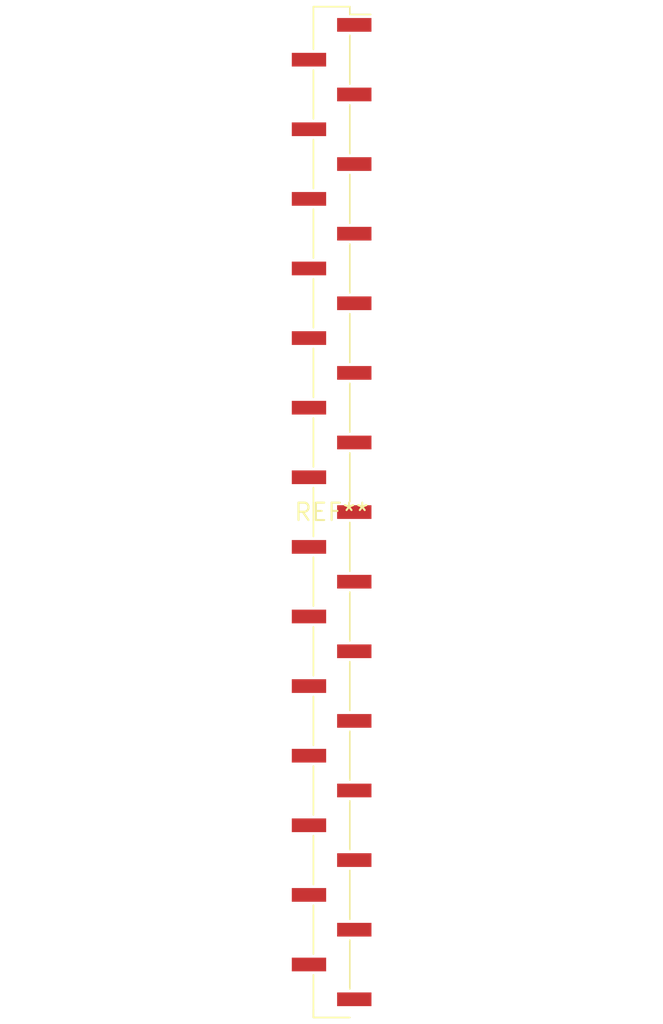
<source format=kicad_pcb>
(kicad_pcb (version 20240108) (generator pcbnew)
  (layers (0 "F.Cu" signal) (31 "B.Cu" signal) (34 "B.Paste" user) (35 "F.Paste" user) (36 "B.SilkS" user "B.Silkscreen") (37 "F.SilkS" user "F.Silkscreen") (38 "B.Mask" user) (39 "F.Mask" user) (44 "Edge.Cuts" user))
  (net 0 "")
  (footprint "PinHeader_1x29_P2.54mm_Vertical_SMD_Pin1Right" (layer "F.Cu") (at 0 0)
    (property "Reference" "REF**")
    (property "Value" "PinHeader_1x29_P2.54mm_Vertical_SMD_Pin1Right")
    (fp_line (start -1.33 -36.89) (end -1.33 -33.78) (layer "F.SilkS") (stroke (width 0.12)))
    (fp_line (start -1.33 -36.89) (end 1.33 -36.89) (layer "F.SilkS") (stroke (width 0.12)))
    (fp_line (start -1.33 -32.26) (end -1.33 -28.7) (layer "F.SilkS") (stroke (width 0.12)))
    (fp_line (start -1.33 -27.18) (end -1.33 -23.62) (layer "F.SilkS") (stroke (width 0.12)))
    (fp_line (start -1.33 -22.1) (end -1.33 -18.54) (layer "F.SilkS") (stroke (width 0.12)))
    (fp_line (start -1.33 -17.02) (end -1.33 -13.46) (layer "F.SilkS") (stroke (width 0.12)))
    (fp_line (start -1.33 -11.94) (end -1.33 -8.38) (layer "F.SilkS") (stroke (width 0.12)))
    (fp_line (start -1.33 -6.86) (end -1.33 -3.3) (layer "F.SilkS") (stroke (width 0.12)))
    (fp_line (start -1.33 -1.78) (end -1.33 1.78) (layer "F.SilkS") (stroke (width 0.12)))
    (fp_line (start -1.33 3.3) (end -1.33 6.86) (layer "F.SilkS") (stroke (width 0.12)))
    (fp_line (start -1.33 8.38) (end -1.33 11.94) (layer "F.SilkS") (stroke (width 0.12)))
    (fp_line (start -1.33 13.46) (end -1.33 17.02) (layer "F.SilkS") (stroke (width 0.12)))
    (fp_line (start -1.33 18.54) (end -1.33 22.1) (layer "F.SilkS") (stroke (width 0.12)))
    (fp_line (start -1.33 23.62) (end -1.33 27.18) (layer "F.SilkS") (stroke (width 0.12)))
    (fp_line (start -1.33 28.7) (end -1.33 32.26) (layer "F.SilkS") (stroke (width 0.12)))
    (fp_line (start -1.33 33.78) (end -1.33 36.89) (layer "F.SilkS") (stroke (width 0.12)))
    (fp_line (start -1.33 36.32) (end -1.33 36.89) (layer "F.SilkS") (stroke (width 0.12)))
    (fp_line (start -1.33 36.89) (end 1.33 36.89) (layer "F.SilkS") (stroke (width 0.12)))
    (fp_line (start 1.33 -36.89) (end 1.33 -36.32) (layer "F.SilkS") (stroke (width 0.12)))
    (fp_line (start 1.33 -36.32) (end 2.85 -36.32) (layer "F.SilkS") (stroke (width 0.12)))
    (fp_line (start 1.33 -34.8) (end 1.33 -31.24) (layer "F.SilkS") (stroke (width 0.12)))
    (fp_line (start 1.33 -29.72) (end 1.33 -26.16) (layer "F.SilkS") (stroke (width 0.12)))
    (fp_line (start 1.33 -24.64) (end 1.33 -21.08) (layer "F.SilkS") (stroke (width 0.12)))
    (fp_line (start 1.33 -19.56) (end 1.33 -16) (layer "F.SilkS") (stroke (width 0.12)))
    (fp_line (start 1.33 -14.48) (end 1.33 -10.92) (layer "F.SilkS") (stroke (width 0.12)))
    (fp_line (start 1.33 -9.4) (end 1.33 -5.84) (layer "F.SilkS") (stroke (width 0.12)))
    (fp_line (start 1.33 -4.32) (end 1.33 -0.76) (layer "F.SilkS") (stroke (width 0.12)))
    (fp_line (start 1.33 0.76) (end 1.33 4.32) (layer "F.SilkS") (stroke (width 0.12)))
    (fp_line (start 1.33 5.84) (end 1.33 9.4) (layer "F.SilkS") (stroke (width 0.12)))
    (fp_line (start 1.33 10.92) (end 1.33 14.48) (layer "F.SilkS") (stroke (width 0.12)))
    (fp_line (start 1.33 16) (end 1.33 19.56) (layer "F.SilkS") (stroke (width 0.12)))
    (fp_line (start 1.33 21.08) (end 1.33 24.64) (layer "F.SilkS") (stroke (width 0.12)))
    (fp_line (start 1.33 26.16) (end 1.33 29.72) (layer "F.SilkS") (stroke (width 0.12)))
    (fp_line (start 1.33 31.24) (end 1.33 34.8) (layer "F.SilkS") (stroke (width 0.12)))
    (pad "1" smd rect (at 1.655 -35.56) (size 2.51 1) (layers "F.Cu" "F.Paste" "F.Mask"))
    (pad "2" smd rect (at -1.655 -33.02) (size 2.51 1) (layers "F.Cu" "F.Paste" "F.Mask"))
    (pad "3" smd rect (at 1.655 -30.48) (size 2.51 1) (layers "F.Cu" "F.Paste" "F.Mask"))
    (pad "4" smd rect (at -1.655 -27.94) (size 2.51 1) (layers "F.Cu" "F.Paste" "F.Mask"))
    (pad "5" smd rect (at 1.655 -25.4) (size 2.51 1) (layers "F.Cu" "F.Paste" "F.Mask"))
    (pad "6" smd rect (at -1.655 -22.86) (size 2.51 1) (layers "F.Cu" "F.Paste" "F.Mask"))
    (pad "7" smd rect (at 1.655 -20.32) (size 2.51 1) (layers "F.Cu" "F.Paste" "F.Mask"))
    (pad "8" smd rect (at -1.655 -17.78) (size 2.51 1) (layers "F.Cu" "F.Paste" "F.Mask"))
    (pad "9" smd rect (at 1.655 -15.24) (size 2.51 1) (layers "F.Cu" "F.Paste" "F.Mask"))
    (pad "10" smd rect (at -1.655 -12.7) (size 2.51 1) (layers "F.Cu" "F.Paste" "F.Mask"))
    (pad "11" smd rect (at 1.655 -10.16) (size 2.51 1) (layers "F.Cu" "F.Paste" "F.Mask"))
    (pad "12" smd rect (at -1.655 -7.62) (size 2.51 1) (layers "F.Cu" "F.Paste" "F.Mask"))
    (pad "13" smd rect (at 1.655 -5.08) (size 2.51 1) (layers "F.Cu" "F.Paste" "F.Mask"))
    (pad "14" smd rect (at -1.655 -2.54) (size 2.51 1) (layers "F.Cu" "F.Paste" "F.Mask"))
    (pad "15" smd rect (at 1.655 0) (size 2.51 1) (layers "F.Cu" "F.Paste" "F.Mask"))
    (pad "16" smd rect (at -1.655 2.54) (size 2.51 1) (layers "F.Cu" "F.Paste" "F.Mask"))
    (pad "17" smd rect (at 1.655 5.08) (size 2.51 1) (layers "F.Cu" "F.Paste" "F.Mask"))
    (pad "18" smd rect (at -1.655 7.62) (size 2.51 1) (layers "F.Cu" "F.Paste" "F.Mask"))
    (pad "19" smd rect (at 1.655 10.16) (size 2.51 1) (layers "F.Cu" "F.Paste" "F.Mask"))
    (pad "20" smd rect (at -1.655 12.7) (size 2.51 1) (layers "F.Cu" "F.Paste" "F.Mask"))
    (pad "21" smd rect (at 1.655 15.24) (size 2.51 1) (layers "F.Cu" "F.Paste" "F.Mask"))
    (pad "22" smd rect (at -1.655 17.78) (size 2.51 1) (layers "F.Cu" "F.Paste" "F.Mask"))
    (pad "23" smd rect (at 1.655 20.32) (size 2.51 1) (layers "F.Cu" "F.Paste" "F.Mask"))
    (pad "24" smd rect (at -1.655 22.86) (size 2.51 1) (layers "F.Cu" "F.Paste" "F.Mask"))
    (pad "25" smd rect (at 1.655 25.4) (size 2.51 1) (layers "F.Cu" "F.Paste" "F.Mask"))
    (pad "26" smd rect (at -1.655 27.94) (size 2.51 1) (layers "F.Cu" "F.Paste" "F.Mask"))
    (pad "27" smd rect (at 1.655 30.48) (size 2.51 1) (layers "F.Cu" "F.Paste" "F.Mask"))
    (pad "28" smd rect (at -1.655 33.02) (size 2.51 1) (layers "F.Cu" "F.Paste" "F.Mask"))
    (pad "29" smd rect (at 1.655 35.56) (size 2.51 1) (layers "F.Cu" "F.Paste" "F.Mask"))
  )
)
</source>
